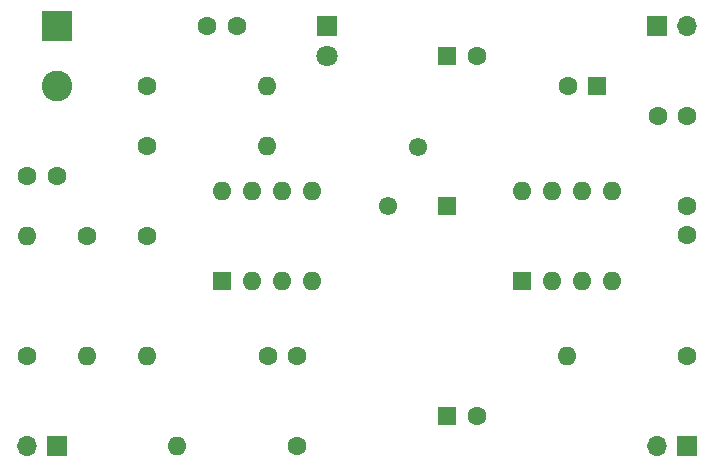
<source format=gbr>
%TF.GenerationSoftware,KiCad,Pcbnew,(6.0.1-0)*%
%TF.CreationDate,2022-05-03T14:17:36+09:00*%
%TF.ProjectId,mic_tester,6d69635f-7465-4737-9465-722e6b696361,rev?*%
%TF.SameCoordinates,Original*%
%TF.FileFunction,Soldermask,Top*%
%TF.FilePolarity,Negative*%
%FSLAX46Y46*%
G04 Gerber Fmt 4.6, Leading zero omitted, Abs format (unit mm)*
G04 Created by KiCad (PCBNEW (6.0.1-0)) date 2022-05-03 14:17:36*
%MOMM*%
%LPD*%
G01*
G04 APERTURE LIST*
%ADD10R,1.550000X1.550000*%
%ADD11C,1.550000*%
%ADD12C,1.600000*%
%ADD13O,1.600000X1.600000*%
%ADD14R,1.600000X1.600000*%
%ADD15R,1.800000X1.800000*%
%ADD16C,1.800000*%
%ADD17R,1.700000X1.700000*%
%ADD18O,1.700000X1.700000*%
%ADD19R,2.600000X2.600000*%
%ADD20C,2.600000*%
G04 APERTURE END LIST*
D10*
%TO.C,RV1*%
X144780000Y-83820000D03*
D11*
X142280000Y-78820000D03*
X139780000Y-83820000D03*
%TD*%
D12*
%TO.C,R2*%
X114300000Y-86360000D03*
D13*
X114300000Y-96520000D03*
%TD*%
D12*
%TO.C,R3*%
X119380000Y-86360000D03*
D13*
X119380000Y-96520000D03*
%TD*%
D14*
%TO.C,U2*%
X151140000Y-90160000D03*
D13*
X153680000Y-90160000D03*
X156220000Y-90160000D03*
X158760000Y-90160000D03*
X158760000Y-82540000D03*
X156220000Y-82540000D03*
X153680000Y-82540000D03*
X151140000Y-82540000D03*
%TD*%
D12*
%TO.C,R1*%
X109220000Y-96520000D03*
D13*
X109220000Y-86360000D03*
%TD*%
D15*
%TO.C,D1*%
X134620000Y-68580000D03*
D16*
X134620000Y-71120000D03*
%TD*%
D12*
%TO.C,R5*%
X132080000Y-104140000D03*
D13*
X121920000Y-104140000D03*
%TD*%
D14*
%TO.C,C6*%
X157480000Y-73660000D03*
D12*
X154980000Y-73660000D03*
%TD*%
D14*
%TO.C,C4*%
X144780000Y-71120000D03*
D12*
X147280000Y-71120000D03*
%TD*%
%TO.C,C1*%
X109220000Y-81280000D03*
X111720000Y-81280000D03*
%TD*%
D17*
%TO.C,J1*%
X111760000Y-104140000D03*
D18*
X109220000Y-104140000D03*
%TD*%
D12*
%TO.C,C7*%
X165100000Y-83820000D03*
X165100000Y-86320000D03*
%TD*%
%TO.C,C3*%
X124460000Y-68580000D03*
X126960000Y-68580000D03*
%TD*%
%TO.C,R6*%
X165100000Y-96520000D03*
D13*
X154940000Y-96520000D03*
%TD*%
D17*
%TO.C,J2*%
X162560000Y-68580000D03*
D18*
X165100000Y-68580000D03*
%TD*%
D12*
%TO.C,C5*%
X162600000Y-76200000D03*
X165100000Y-76200000D03*
%TD*%
D14*
%TO.C,U1*%
X125740000Y-90160000D03*
D13*
X128280000Y-90160000D03*
X130820000Y-90160000D03*
X133360000Y-90160000D03*
X133360000Y-82540000D03*
X130820000Y-82540000D03*
X128280000Y-82540000D03*
X125740000Y-82540000D03*
%TD*%
D14*
%TO.C,C8*%
X144780000Y-101600000D03*
D12*
X147280000Y-101600000D03*
%TD*%
%TO.C,C2*%
X132080000Y-96520000D03*
X129580000Y-96520000D03*
%TD*%
%TO.C,R4*%
X119380000Y-78740000D03*
D13*
X129540000Y-78740000D03*
%TD*%
D17*
%TO.C,J3*%
X165100000Y-104140000D03*
D18*
X162560000Y-104140000D03*
%TD*%
D19*
%TO.C,J4*%
X111760000Y-68580000D03*
D20*
X111760000Y-73660000D03*
%TD*%
D12*
%TO.C,R0*%
X119380000Y-73660000D03*
D13*
X129540000Y-73660000D03*
%TD*%
M02*

</source>
